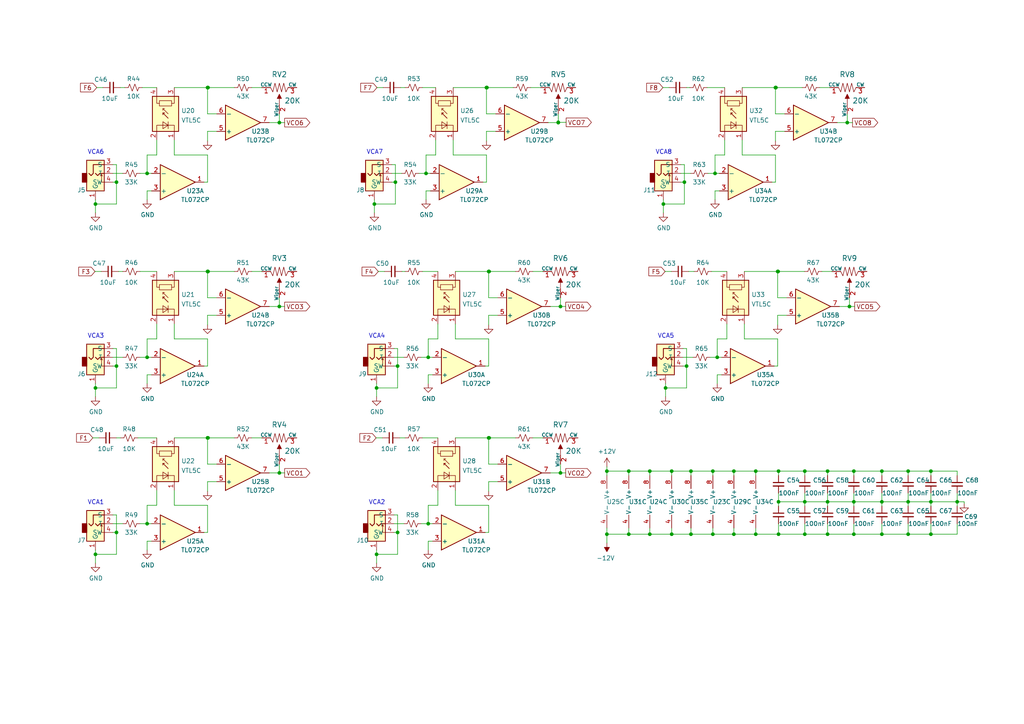
<source format=kicad_sch>
(kicad_sch (version 20211123) (generator eeschema)
  (paper "A4")
  (junction (at 247.65 145.542))
  (junction (at 33.782 52.832))
  (junction (at 115.316 154.432))
  (junction (at 81.026 137.16))
  (junction (at 263.398 136.652))
  (junction (at 225.552 78.74))
  (junction (at 225.806 145.542))
  (junction (at 162.56 137.16))
  (junction (at 33.782 154.432))
  (junction (at 141.859 127))
  (junction (at 81.026 88.9))
  (junction (at 176.022 136.652))
  (junction (at 161.925 35.4881))
  (junction (at 206.756 154.94))
  (junction (at 240.03 145.542))
  (junction (at 270.002 145.542))
  (junction (at 247.65 136.652))
  (junction (at 60.325 25.4))
  (junction (at 141.732 78.74))
  (junction (at 162.56 88.9))
  (junction (at 161.925 35.56))
  (junction (at 27.686 112.522))
  (junction (at 60.198 127))
  (junction (at 124.206 151.892))
  (junction (at 27.686 160.782))
  (junction (at 193.04 112.522))
  (junction (at 141.732 127))
  (junction (at 270.002 154.94))
  (junction (at 192.405 59.182))
  (junction (at 246.38 88.9))
  (junction (at 141.859 78.74))
  (junction (at 33.782 106.172))
  (junction (at 124.206 103.632))
  (junction (at 263.398 145.542))
  (junction (at 60.325 78.74))
  (junction (at 81.026 35.56))
  (junction (at 240.03 136.652))
  (junction (at 245.745 35.56))
  (junction (at 42.672 103.632))
  (junction (at 115.316 106.172))
  (junction (at 200.406 136.652))
  (junction (at 109.22 112.522))
  (junction (at 141.224 25.4))
  (junction (at 60.325 127))
  (junction (at 194.818 154.94))
  (junction (at 207.391 50.292))
  (junction (at 199.136 106.172))
  (junction (at 277.622 145.542))
  (junction (at 42.672 50.292))
  (junction (at 188.468 154.94))
  (junction (at 198.501 52.832))
  (junction (at 270.002 136.652))
  (junction (at 233.426 136.652))
  (junction (at 206.756 136.652))
  (junction (at 225.806 136.652))
  (junction (at 188.468 136.652))
  (junction (at 114.681 52.832))
  (junction (at 255.778 154.94))
  (junction (at 176.022 154.94))
  (junction (at 255.778 145.542))
  (junction (at 27.686 59.182))
  (junction (at 60.198 78.74))
  (junction (at 208.026 103.632))
  (junction (at 219.202 154.94))
  (junction (at 233.426 154.94))
  (junction (at 194.818 136.652))
  (junction (at 233.426 145.542))
  (junction (at 224.917 25.4))
  (junction (at 109.22 160.782))
  (junction (at 225.679 78.74))
  (junction (at 247.65 154.94))
  (junction (at 225.044 25.4))
  (junction (at 182.372 136.652))
  (junction (at 108.585 59.182))
  (junction (at 123.571 50.292))
  (junction (at 263.398 154.94))
  (junction (at 182.372 154.94))
  (junction (at 200.406 154.94))
  (junction (at 219.202 136.652))
  (junction (at 240.03 154.94))
  (junction (at 42.672 151.892))
  (junction (at 212.852 154.94))
  (junction (at 225.806 154.94))
  (junction (at 141.097 25.4))
  (junction (at 212.852 136.652))
  (junction (at 60.198 25.4))
  (junction (at 255.778 136.652))
  (wire (pts (xy 212.852 137.922) (xy 212.852 136.652)))
  (wire (pts (xy 225.552 86.36) (xy 228.219 86.36)))
  (wire (pts (xy 159.004 35.56) (xy 161.925 35.56)))
  (wire (pts (xy 114.3 101.092) (xy 115.316 101.092)))
  (wire (pts (xy 32.766 47.752) (xy 33.782 47.752)))
  (wire (pts (xy 182.372 136.652) (xy 188.468 136.652)))
  (wire (pts (xy 60.198 38.1) (xy 62.865 38.1)))
  (wire (pts (xy 240.03 136.652) (xy 247.65 136.652)))
  (wire (pts (xy 247.65 136.652) (xy 247.65 137.922)))
  (wire (pts (xy 270.002 145.542) (xy 270.002 146.812)))
  (wire (pts (xy 270.002 137.922) (xy 270.002 136.652)))
  (wire (pts (xy 32.766 154.432) (xy 33.782 154.432)))
  (wire (pts (xy 140.716 106.172) (xy 141.732 106.172)))
  (wire (pts (xy 263.398 143.002) (xy 263.398 145.542)))
  (wire (pts (xy 225.552 98.298) (xy 225.552 106.172)))
  (wire (pts (xy 131.445 40.64) (xy 131.445 44.958)))
  (wire (pts (xy 122.555 127) (xy 127 127)))
  (wire (pts (xy 33.782 101.092) (xy 33.782 106.172)))
  (wire (pts (xy 27.686 159.512) (xy 27.686 160.782)))
  (wire (pts (xy 42.672 146.558) (xy 42.672 151.892)))
  (wire (pts (xy 225.552 91.44) (xy 225.552 94.234)))
  (wire (pts (xy 206.756 153.162) (xy 206.756 154.94)))
  (wire (pts (xy 188.468 137.922) (xy 188.468 136.652)))
  (wire (pts (xy 223.901 52.832) (xy 224.917 52.832)))
  (wire (pts (xy 141.732 86.36) (xy 144.399 86.36)))
  (wire (pts (xy 247.65 136.652) (xy 255.778 136.652)))
  (wire (pts (xy 73.025 127) (xy 75.946 127)))
  (wire (pts (xy 114.3 154.432) (xy 115.316 154.432)))
  (wire (pts (xy 27.559 78.74) (xy 29.337 78.74)))
  (wire (pts (xy 124.206 159.512) (xy 124.206 156.972)))
  (wire (pts (xy 192.278 25.4) (xy 194.056 25.4)))
  (wire (pts (xy 141.097 38.1) (xy 143.764 38.1)))
  (wire (pts (xy 40.64 50.292) (xy 42.672 50.292)))
  (wire (pts (xy 50.546 146.558) (xy 60.198 146.558)))
  (wire (pts (xy 33.782 160.782) (xy 27.686 160.782)))
  (wire (pts (xy 225.552 78.74) (xy 225.679 78.74)))
  (wire (pts (xy 219.202 137.922) (xy 219.202 136.652)))
  (wire (pts (xy 246.38 88.9) (xy 246.38 86.36)))
  (wire (pts (xy 255.778 154.94) (xy 263.398 154.94)))
  (wire (pts (xy 208.026 111.252) (xy 208.026 108.712)))
  (wire (pts (xy 45.466 93.98) (xy 45.466 98.298)))
  (wire (pts (xy 42.672 57.912) (xy 42.672 55.372)))
  (wire (pts (xy 126.365 44.958) (xy 123.571 44.958)))
  (wire (pts (xy 154.559 127) (xy 157.48 127)))
  (wire (pts (xy 197.485 47.752) (xy 198.501 47.752)))
  (wire (pts (xy 215.265 40.64) (xy 215.265 44.958)))
  (wire (pts (xy 206.756 137.922) (xy 206.756 136.652)))
  (wire (pts (xy 127 142.24) (xy 127 146.558)))
  (wire (pts (xy 208.026 98.298) (xy 208.026 103.632)))
  (wire (pts (xy 115.316 160.782) (xy 109.22 160.782)))
  (wire (pts (xy 27.686 57.912) (xy 27.686 59.182)))
  (wire (pts (xy 210.82 98.298) (xy 208.026 98.298)))
  (wire (pts (xy 33.782 149.352) (xy 33.782 154.432)))
  (wire (pts (xy 81.026 88.9) (xy 81.026 86.36)))
  (wire (pts (xy 233.426 145.542) (xy 233.426 146.812)))
  (wire (pts (xy 141.097 33.02) (xy 143.764 33.02)))
  (wire (pts (xy 279.654 146.05) (xy 279.654 145.542)))
  (wire (pts (xy 277.622 145.542) (xy 279.654 145.542)))
  (wire (pts (xy 141.732 127) (xy 141.732 134.62)))
  (wire (pts (xy 194.818 137.922) (xy 194.818 136.652)))
  (wire (pts (xy 198.12 101.092) (xy 199.136 101.092)))
  (wire (pts (xy 124.206 111.252) (xy 124.206 108.712)))
  (wire (pts (xy 122.555 78.74) (xy 127 78.74)))
  (wire (pts (xy 225.806 137.922) (xy 225.806 136.652)))
  (wire (pts (xy 113.665 47.752) (xy 114.681 47.752)))
  (wire (pts (xy 115.951 127) (xy 117.475 127)))
  (wire (pts (xy 215.9 78.74) (xy 225.552 78.74)))
  (wire (pts (xy 255.778 143.002) (xy 255.778 145.542)))
  (wire (pts (xy 116.205 25.4) (xy 117.475 25.4)))
  (wire (pts (xy 255.778 151.892) (xy 255.778 154.94)))
  (wire (pts (xy 40.64 103.632) (xy 42.672 103.632)))
  (wire (pts (xy 67.945 78.74) (xy 60.325 78.74)))
  (wire (pts (xy 176.022 135.382) (xy 176.022 136.652)))
  (wire (pts (xy 114.681 47.752) (xy 114.681 52.832)))
  (wire (pts (xy 224.917 25.4) (xy 225.044 25.4)))
  (wire (pts (xy 215.9 98.298) (xy 225.552 98.298)))
  (wire (pts (xy 207.391 57.912) (xy 207.391 55.372)))
  (wire (pts (xy 263.398 151.892) (xy 263.398 154.94)))
  (wire (pts (xy 224.917 38.1) (xy 224.917 40.894)))
  (wire (pts (xy 81.026 35.56) (xy 82.55 35.56)))
  (wire (pts (xy 164.2012 35.4881) (xy 161.925 35.4881)))
  (wire (pts (xy 114.3 151.892) (xy 117.094 151.892)))
  (wire (pts (xy 127 146.558) (xy 124.206 146.558)))
  (wire (pts (xy 225.806 136.652) (xy 233.426 136.652)))
  (wire (pts (xy 245.745 35.56) (xy 247.269 35.56)))
  (wire (pts (xy 240.03 151.892) (xy 240.03 154.94)))
  (wire (pts (xy 232.664 25.4) (xy 225.044 25.4)))
  (wire (pts (xy 247.65 154.94) (xy 255.778 154.94)))
  (wire (pts (xy 60.198 127) (xy 60.325 127)))
  (wire (pts (xy 198.501 52.832) (xy 198.501 59.182)))
  (wire (pts (xy 141.732 139.7) (xy 141.732 142.494)))
  (wire (pts (xy 194.818 136.652) (xy 200.406 136.652)))
  (wire (pts (xy 205.994 103.632) (xy 208.026 103.632)))
  (wire (pts (xy 27.686 111.252) (xy 27.686 112.522)))
  (wire (pts (xy 73.025 25.4) (xy 75.946 25.4)))
  (wire (pts (xy 176.022 136.652) (xy 182.372 136.652)))
  (wire (pts (xy 212.852 154.94) (xy 219.202 154.94)))
  (wire (pts (xy 50.546 93.98) (xy 50.546 98.298)))
  (wire (pts (xy 277.622 136.652) (xy 277.622 137.922)))
  (wire (pts (xy 34.925 25.4) (xy 36.195 25.4)))
  (wire (pts (xy 123.571 44.958) (xy 123.571 50.292)))
  (wire (pts (xy 131.445 44.958) (xy 141.097 44.958)))
  (wire (pts (xy 40.64 151.892) (xy 42.672 151.892)))
  (wire (pts (xy 42.672 55.372) (xy 43.942 55.372)))
  (wire (pts (xy 277.622 145.542) (xy 277.622 146.812)))
  (wire (pts (xy 233.426 143.002) (xy 233.426 145.542)))
  (wire (pts (xy 78.105 137.16) (xy 81.026 137.16)))
  (wire (pts (xy 60.198 78.74) (xy 60.325 78.74)))
  (wire (pts (xy 122.555 25.4) (xy 126.365 25.4)))
  (wire (pts (xy 210.185 40.64) (xy 210.185 44.958)))
  (wire (pts (xy 50.546 44.958) (xy 60.198 44.958)))
  (wire (pts (xy 206.756 154.94) (xy 212.852 154.94)))
  (wire (pts (xy 124.206 108.712) (xy 125.476 108.712)))
  (wire (pts (xy 225.806 154.94) (xy 233.426 154.94)))
  (wire (pts (xy 81.026 137.16) (xy 81.026 134.62)))
  (wire (pts (xy 198.12 103.632) (xy 200.914 103.632)))
  (wire (pts (xy 50.546 78.74) (xy 60.198 78.74)))
  (wire (pts (xy 132.08 98.298) (xy 141.732 98.298)))
  (wire (pts (xy 240.03 143.002) (xy 240.03 145.542)))
  (wire (pts (xy 206.756 136.652) (xy 212.852 136.652)))
  (wire (pts (xy 233.299 78.74) (xy 225.679 78.74)))
  (wire (pts (xy 32.766 52.832) (xy 33.782 52.832)))
  (wire (pts (xy 60.198 25.4) (xy 60.325 25.4)))
  (wire (pts (xy 127 93.98) (xy 127 98.298)))
  (wire (pts (xy 212.852 153.162) (xy 212.852 154.94)))
  (wire (pts (xy 199.771 78.74) (xy 201.295 78.74)))
  (wire (pts (xy 50.546 40.64) (xy 50.546 44.958)))
  (wire (pts (xy 109.728 78.74) (xy 111.506 78.74)))
  (wire (pts (xy 32.766 106.172) (xy 33.782 106.172)))
  (wire (pts (xy 225.552 78.74) (xy 225.552 86.36)))
  (wire (pts (xy 225.806 145.542) (xy 225.806 146.812)))
  (wire (pts (xy 115.316 106.172) (xy 115.316 112.522)))
  (wire (pts (xy 109.22 111.252) (xy 109.22 112.522)))
  (wire (pts (xy 33.782 106.172) (xy 33.782 112.522)))
  (wire (pts (xy 224.917 25.4) (xy 224.917 33.02)))
  (wire (pts (xy 33.782 154.432) (xy 33.782 160.782)))
  (wire (pts (xy 109.22 112.522) (xy 109.22 115.062)))
  (wire (pts (xy 198.501 47.752) (xy 198.501 52.832)))
  (wire (pts (xy 60.198 91.44) (xy 62.865 91.44)))
  (wire (pts (xy 50.546 25.4) (xy 60.198 25.4)))
  (wire (pts (xy 59.182 52.832) (xy 60.198 52.832)))
  (wire (pts (xy 124.206 151.892) (xy 125.476 151.892)))
  (wire (pts (xy 27.686 112.522) (xy 27.686 115.062)))
  (wire (pts (xy 215.265 25.4) (xy 224.917 25.4)))
  (wire (pts (xy 162.56 88.9) (xy 164.084 88.9)))
  (wire (pts (xy 192.913 78.74) (xy 194.691 78.74)))
  (wire (pts (xy 60.198 98.298) (xy 60.198 106.172)))
  (wire (pts (xy 45.466 98.298) (xy 42.672 98.298)))
  (wire (pts (xy 109.22 160.782) (xy 109.22 163.322)))
  (wire (pts (xy 40.64 78.74) (xy 45.466 78.74)))
  (wire (pts (xy 141.097 38.1) (xy 141.097 40.894)))
  (wire (pts (xy 243.459 88.9) (xy 246.38 88.9)))
  (wire (pts (xy 199.136 101.092) (xy 199.136 106.172)))
  (wire (pts (xy 215.9 93.98) (xy 215.9 98.298)))
  (wire (pts (xy 233.426 145.542) (xy 240.03 145.542)))
  (wire (pts (xy 28.067 25.4) (xy 29.845 25.4)))
  (wire (pts (xy 224.917 44.958) (xy 224.917 52.832)))
  (wire (pts (xy 219.202 153.162) (xy 219.202 154.94)))
  (wire (pts (xy 240.03 154.94) (xy 247.65 154.94)))
  (wire (pts (xy 277.622 143.002) (xy 277.622 145.542)))
  (wire (pts (xy 132.08 93.98) (xy 132.08 98.298)))
  (wire (pts (xy 208.026 108.712) (xy 209.296 108.712)))
  (wire (pts (xy 212.852 136.652) (xy 219.202 136.652)))
  (wire (pts (xy 200.406 154.94) (xy 206.756 154.94)))
  (wire (pts (xy 109.22 159.512) (xy 109.22 160.782)))
  (wire (pts (xy 109.347 25.4) (xy 111.125 25.4)))
  (wire (pts (xy 123.571 50.292) (xy 124.841 50.292)))
  (wire (pts (xy 33.782 127) (xy 34.925 127)))
  (wire (pts (xy 162.56 137.16) (xy 162.56 134.62)))
  (wire (pts (xy 60.198 38.1) (xy 60.198 40.894)))
  (wire (pts (xy 210.82 93.98) (xy 210.82 98.298)))
  (wire (pts (xy 114.3 149.352) (xy 115.316 149.352)))
  (wire (pts (xy 132.08 127) (xy 141.732 127)))
  (wire (pts (xy 240.03 145.542) (xy 240.03 146.812)))
  (wire (pts (xy 193.04 112.522) (xy 193.04 115.062)))
  (wire (pts (xy 32.766 103.632) (xy 35.56 103.632)))
  (wire (pts (xy 182.372 137.922) (xy 182.372 136.652)))
  (wire (pts (xy 32.766 101.092) (xy 33.782 101.092)))
  (wire (pts (xy 60.198 91.44) (xy 60.198 94.234)))
  (wire (pts (xy 42.672 50.292) (xy 43.942 50.292)))
  (wire (pts (xy 141.097 25.4) (xy 141.097 33.02)))
  (wire (pts (xy 176.022 137.922) (xy 176.022 136.652)))
  (wire (pts (xy 263.398 145.542) (xy 263.398 146.812)))
  (wire (pts (xy 115.316 154.432) (xy 115.316 160.782)))
  (wire (pts (xy 114.3 106.172) (xy 115.316 106.172)))
  (wire (pts (xy 115.316 112.522) (xy 109.22 112.522)))
  (wire (pts (xy 176.022 153.162) (xy 176.022 154.94)))
  (wire (pts (xy 224.917 38.1) (xy 227.584 38.1)))
  (wire (pts (xy 42.672 108.712) (xy 43.942 108.712)))
  (wire (pts (xy 123.571 57.912) (xy 123.571 55.372)))
  (wire (pts (xy 188.468 136.652) (xy 194.818 136.652)))
  (wire (pts (xy 108.585 59.182) (xy 108.585 61.722)))
  (wire (pts (xy 141.732 91.44) (xy 144.399 91.44)))
  (wire (pts (xy 26.924 127) (xy 28.702 127)))
  (wire (pts (xy 127 98.298) (xy 124.206 98.298)))
  (wire (pts (xy 219.202 154.94) (xy 225.806 154.94)))
  (wire (pts (xy 176.022 154.94) (xy 176.022 157.48)))
  (wire (pts (xy 45.466 146.558) (xy 42.672 146.558)))
  (wire (pts (xy 126.365 40.64) (xy 126.365 44.958)))
  (wire (pts (xy 32.766 151.892) (xy 35.56 151.892)))
  (wire (pts (xy 255.778 145.542) (xy 255.778 146.812)))
  (wire (pts (xy 27.686 160.782) (xy 27.686 163.322)))
  (wire (pts (xy 32.766 50.292) (xy 35.56 50.292)))
  (wire (pts (xy 141.097 25.4) (xy 141.224 25.4)))
  (wire (pts (xy 42.672 111.252) (xy 42.672 108.712)))
  (wire (pts (xy 114.681 59.182) (xy 108.585 59.182)))
  (wire (pts (xy 78.105 88.9) (xy 81.026 88.9)))
  (wire (pts (xy 45.466 142.24) (xy 45.466 146.558)))
  (wire (pts (xy 42.672 98.298) (xy 42.672 103.632)))
  (wire (pts (xy 60.198 139.7) (xy 60.198 142.494)))
  (wire (pts (xy 60.198 139.7) (xy 62.865 139.7)))
  (wire (pts (xy 237.744 25.4) (xy 240.665 25.4)))
  (wire (pts (xy 50.546 127) (xy 60.198 127)))
  (wire (pts (xy 233.426 136.652) (xy 240.03 136.652)))
  (wire (pts (xy 200.406 137.922) (xy 200.406 136.652)))
  (wire (pts (xy 73.025 78.74) (xy 75.946 78.74)))
  (wire (pts (xy 60.198 78.74) (xy 60.198 86.36)))
  (wire (pts (xy 205.105 25.4) (xy 210.185 25.4)))
  (wire (pts (xy 42.672 151.892) (xy 43.942 151.892)))
  (wire (pts (xy 277.622 145.542) (xy 270.002 145.542)))
  (wire (pts (xy 148.844 25.4) (xy 141.224 25.4)))
  (wire (pts (xy 124.206 103.632) (xy 125.476 103.632)))
  (wire (pts (xy 233.426 145.542) (xy 225.806 145.542)))
  (wire (pts (xy 192.405 57.912) (xy 192.405 59.182)))
  (wire (pts (xy 109.093 127) (xy 110.871 127)))
  (wire (pts (xy 188.468 154.94) (xy 194.818 154.94)))
  (wire (pts (xy 255.778 136.652) (xy 263.398 136.652)))
  (wire (pts (xy 141.732 139.7) (xy 144.399 139.7)))
  (wire (pts (xy 263.398 136.652) (xy 270.002 136.652)))
  (wire (pts (xy 197.485 50.292) (xy 200.279 50.292)))
  (wire (pts (xy 247.65 143.002) (xy 247.65 145.542)))
  (wire (pts (xy 141.097 44.958) (xy 141.097 52.832)))
  (wire (pts (xy 198.501 59.182) (xy 192.405 59.182)))
  (wire (pts (xy 207.391 44.958) (xy 207.391 50.292)))
  (wire (pts (xy 194.818 153.162) (xy 194.818 154.94)))
  (wire (pts (xy 162.56 88.9) (xy 162.56 86.36)))
  (wire (pts (xy 131.445 25.4) (xy 141.097 25.4)))
  (wire (pts (xy 141.732 146.558) (xy 141.732 154.432)))
  (wire (pts (xy 122.174 103.632) (xy 124.206 103.632)))
  (wire (pts (xy 159.639 137.16) (xy 162.56 137.16)))
  (wire (pts (xy 200.406 153.162) (xy 200.406 154.94)))
  (wire (pts (xy 247.65 145.542) (xy 255.778 145.542)))
  (wire (pts (xy 42.672 44.958) (xy 42.672 50.292)))
  (wire (pts (xy 60.198 146.558) (xy 60.198 154.432)))
  (wire (pts (xy 199.136 25.4) (xy 200.025 25.4)))
  (wire (pts (xy 154.559 78.74) (xy 157.48 78.74)))
  (wire (pts (xy 50.546 142.24) (xy 50.546 146.558)))
  (wire (pts (xy 270.002 143.002) (xy 270.002 145.542)))
  (wire (pts (xy 215.265 44.958) (xy 224.917 44.958)))
  (wire (pts (xy 45.466 44.958) (xy 42.672 44.958)))
  (wire (pts (xy 33.782 52.832) (xy 33.782 59.182)))
  (wire (pts (xy 113.665 50.292) (xy 116.459 50.292)))
  (wire (pts (xy 115.316 149.352) (xy 115.316 154.432)))
  (wire (pts (xy 159.639 88.9) (xy 162.56 88.9)))
  (wire (pts (xy 224.536 106.172) (xy 225.552 106.172)))
  (wire (pts (xy 247.65 151.892) (xy 247.65 154.94)))
  (wire (pts (xy 33.782 59.182) (xy 27.686 59.182)))
  (wire (pts (xy 115.316 101.092) (xy 115.316 106.172)))
  (wire (pts (xy 42.672 103.632) (xy 43.942 103.632)))
  (wire (pts (xy 182.372 154.94) (xy 188.468 154.94)))
  (wire (pts (xy 116.586 78.74) (xy 117.475 78.74)))
  (wire (pts (xy 141.732 78.74) (xy 141.859 78.74)))
  (wire (pts (xy 263.398 145.542) (xy 255.778 145.542)))
  (wire (pts (xy 81.026 35.56) (xy 81.026 33.02)))
  (wire (pts (xy 60.198 25.4) (xy 60.198 33.02)))
  (wire (pts (xy 161.925 35.4881) (xy 161.925 35.56)))
  (wire (pts (xy 78.105 35.56) (xy 81.026 35.56)))
  (wire (pts (xy 246.38 88.9) (xy 247.904 88.9)))
  (wire (pts (xy 132.08 78.74) (xy 141.732 78.74)))
  (wire (pts (xy 188.468 153.162) (xy 188.468 154.94)))
  (wire (pts (xy 59.182 154.432) (xy 60.198 154.432)))
  (wire (pts (xy 207.391 55.372) (xy 208.661 55.372)))
  (wire (pts (xy 277.622 151.892) (xy 277.622 154.94)))
  (wire (pts (xy 194.818 154.94) (xy 200.406 154.94)))
  (wire (pts (xy 60.198 127) (xy 60.198 134.62)))
  (wire (pts (xy 208.026 103.632) (xy 209.296 103.632)))
  (wire (pts (xy 270.002 151.892) (xy 270.002 154.94)))
  (wire (pts (xy 270.002 154.94) (xy 277.622 154.94)))
  (wire (pts (xy 224.917 33.02) (xy 227.584 33.02)))
  (wire (pts (xy 200.406 136.652) (xy 206.756 136.652)))
  (wire (pts (xy 50.546 98.298) (xy 60.198 98.298)))
  (wire (pts (xy 233.426 136.652) (xy 233.426 137.922)))
  (wire (pts (xy 197.485 52.832) (xy 198.501 52.832)))
  (wire (pts (xy 255.778 137.922) (xy 255.778 136.652)))
  (wire (pts (xy 132.08 142.24) (xy 132.08 146.558)))
  (wire (pts (xy 149.479 127) (xy 141.859 127)))
  (wire (pts (xy 192.405 59.182) (xy 192.405 61.722)))
  (wire (pts (xy 245.745 35.56) (xy 245.745 33.02)))
  (wire (pts (xy 45.466 40.64) (xy 45.466 44.958)))
  (wire (pts (xy 199.136 112.522) (xy 193.04 112.522)))
  (wire (pts (xy 141.732 98.298) (xy 141.732 106.172)))
  (wire (pts (xy 60.198 44.958) (xy 60.198 52.832)))
  (wire (pts (xy 263.398 154.94) (xy 270.002 154.94)))
  (wire (pts (xy 270.002 136.652) (xy 277.622 136.652)))
  (wire (pts (xy 42.672 156.972) (xy 43.942 156.972)))
  (wire (pts (xy 233.426 154.94) (xy 240.03 154.94)))
  (wire (pts (xy 67.945 127) (xy 60.325 127)))
  (wire (pts (xy 67.945 25.4) (xy 60.325 25.4)))
  (wire (pts (xy 247.65 145.542) (xy 247.65 146.812)))
  (wire (pts (xy 199.136 106.172) (xy 199.136 112.522)))
  (wire (pts (xy 27.686 59.182) (xy 27.686 61.722)))
  (wire (pts (xy 123.571 55.372) (xy 124.841 55.372)))
  (wire (pts (xy 124.206 98.298) (xy 124.206 103.632)))
  (wire (pts (xy 161.925 33.02) (xy 161.925 35.4881)))
  (wire (pts (xy 263.398 145.542) (xy 270.002 145.542)))
  (wire (pts (xy 33.782 47.752) (xy 33.782 52.832)))
  (wire (pts (xy 176.022 154.94) (xy 182.372 154.94)))
  (wire (pts (xy 81.026 137.16) (xy 82.55 137.16)))
  (wire (pts (xy 141.732 134.62) (xy 144.399 134.62)))
  (wire (pts (xy 40.005 127) (xy 45.466 127)))
  (wire (pts (xy 193.04 111.252) (xy 193.04 112.522)))
  (wire (pts (xy 122.174 151.892) (xy 124.206 151.892)))
  (wire (pts (xy 198.12 106.172) (xy 199.136 106.172)))
  (wire (pts (xy 124.206 156.972) (xy 125.476 156.972)))
  (wire (pts (xy 233.426 151.892) (xy 233.426 154.94)))
  (wire (pts (xy 219.202 136.652) (xy 225.806 136.652)))
  (wire (pts (xy 238.379 78.74) (xy 241.3 78.74)))
  (wire (pts (xy 41.275 25.4) (xy 45.466 25.4)))
  (wire (pts (xy 225.806 143.002) (xy 225.806 145.542)))
  (wire (pts (xy 33.782 112.522) (xy 27.686 112.522)))
  (wire (pts (xy 242.824 35.56) (xy 245.745 35.56)))
  (wire (pts (xy 81.026 88.9) (xy 82.55 88.9)))
  (wire (pts (xy 60.198 86.36) (xy 62.865 86.36)))
  (wire (pts (xy 113.665 52.832) (xy 114.681 52.832)))
  (wire (pts (xy 225.552 91.44) (xy 228.219 91.44)))
  (wire (pts (xy 32.766 149.352) (xy 33.782 149.352)))
  (wire (pts (xy 141.732 127) (xy 141.859 127)))
  (wire (pts (xy 205.359 50.292) (xy 207.391 50.292)))
  (wire (pts (xy 162.56 137.16) (xy 164.084 137.16)))
  (wire (pts (xy 124.206 146.558) (xy 124.206 151.892)))
  (wire (pts (xy 114.681 52.832) (xy 114.681 59.182)))
  (wire (pts (xy 182.372 153.162) (xy 182.372 154.94)))
  (wire (pts (xy 141.732 91.44) (xy 141.732 94.234)))
  (wire (pts (xy 141.732 78.74) (xy 141.732 86.36)))
  (wire (pts (xy 121.539 50.292) (xy 123.571 50.292)))
  (wire (pts (xy 140.716 154.432) (xy 141.732 154.432)))
  (wire (pts (xy 60.198 134.62) (xy 62.865 134.62)))
  (wire (pts (xy 240.03 137.922) (xy 240.03 136.652)))
  (wire (pts (xy 59.182 106.172) (xy 60.198 106.172)))
  (wire (pts (xy 108.585 57.912) (xy 108.585 59.182)))
  (wire (pts (xy 42.672 159.512) (xy 42.672 156.972)))
  (wire (pts (xy 206.375 78.74) (xy 210.82 78.74)))
  (wire (pts (xy 114.3 103.632) (xy 117.094 103.632)))
  (wire (pts (xy 132.08 146.558) (xy 141.732 146.558)))
  (wire (pts (xy 60.198 33.02) (xy 62.865 33.02)))
  (wire (pts (xy 247.65 145.542) (xy 240.03 145.542)))
  (wire (pts (xy 263.398 136.652) (xy 263.398 137.922)))
  (wire (pts (xy 149.479 78.74) (xy 141.859 78.74)))
  (wire (pts (xy 210.185 44.958) (xy 207.391 44.958)))
  (wire (pts (xy 225.806 151.892) (xy 225.806 154.94)))
  (wire (pts (xy 140.081 52.832) (xy 141.097 52.832)))
  (wire (pts (xy 207.391 50.292) (xy 208.661 50.292)))
  (wire (pts (xy 34.417 78.74) (xy 35.56 78.74)))
  (wire (pts (xy 153.924 25.4) (xy 156.845 25.4)))
  (text "VCA5" (at 195.58 98.298 180) (effects (font (size 1.27 1.27)) (justify right bottom)))
  (text "VCA1" (at 30.226 146.558 180) (effects (font (size 1.27 1.27)) (justify right bottom)))
  (text "VCA8" (at 194.945 44.958 180) (effects (font (size 1.27 1.27)) (justify right bottom)))
  (text "VCA2" (at 111.76 146.558 180) (effects (font (size 1.27 1.27)) (justify right bottom)))
  (text "VCA7" (at 111.125 44.958 180) (effects (font (size 1.27 1.27)) (justify right bottom)))
  (text "VCA3" (at 30.226 98.298 180) (effects (font (size 1.27 1.27)) (justify right bottom)))
  (text "VCA4" (at 111.76 98.298 180) (effects (font (size 1.27 1.27)) (justify right bottom)))
  (text "VCA6" (at 30.226 44.958 180) (effects (font (size 1.27 1.27)) (justify right bottom)))
  (global_label "VCO2" (shape output) (at 164.084 137.16 0) (property "Intersheet References" "${INTERSHEET_REFS}" (effects hide)))
  (global_label "F6" (shape input) (at 28.067 25.4 180) (property "Intersheet References" "${INTERSHEET_REFS}" (effects hide)))
  (global_label "F4" (shape input) (at 109.728 78.74 180) (property "Intersheet References" "${INTERSHEET_REFS}" (effects hide)))
  (global_label "VCO7" (shape output) (at 164.2012 35.4881 0) (property "Intersheet References" "${INTERSHEET_REFS}" (effects hide)))
  (global_label "VCO8" (shape output) (at 247.269 35.56 0) (property "Intersheet References" "${INTERSHEET_REFS}" (effects hide)))
  (global_label "F2" (shape input) (at 109.093 127 180) (property "Intersheet References" "${INTERSHEET_REFS}" (effects hide)))
  (global_label "F8" (shape input) (at 192.278 25.4 180) (property "Intersheet References" "${INTERSHEET_REFS}" (effects hide)))
  (global_label "VCO3" (shape output) (at 82.55 88.9 0) (property "Intersheet References" "${INTERSHEET_REFS}" (effects hide)))
  (global_label "F1" (shape input) (at 26.924 127 180) (property "Intersheet References" "${INTERSHEET_REFS}" (effects hide)))
  (global_label "VCO6" (shape output) (at 82.55 35.56 0) (property "Intersheet References" "${INTERSHEET_REFS}" (effects hide)))
  (global_label "F5" (shape input) (at 192.913 78.74 180) (property "Intersheet References" "${INTERSHEET_REFS}" (effects hide)))
  (global_label "VCO1" (shape output) (at 82.55 137.16 0) (property "Intersheet References" "${INTERSHEET_REFS}" (effects hide)))
  (global_label "VCO5" (shape output) (at 247.904 88.9 0) (property "Intersheet References" "${INTERSHEET_REFS}" (effects hide)))
  (global_label "F7" (shape input) (at 109.347 25.4 180) (property "Intersheet References" "${INTERSHEET_REFS}" (effects hide)))
  (global_label "F3" (shape input) (at 27.559 78.74 180) (property "Intersheet References" "${INTERSHEET_REFS}" (effects hide)))
  (global_label "VCO4" (shape output) (at 164.084 88.9 0) (property "Intersheet References" "${INTERSHEET_REFS}" (effects hide)))
  (symbol (lib_id "Device:C_Small") (at 113.411 127 90) (unit 1)
    (property "Reference" "C51" (at 112.2426 124.6632 90) (effects (justify left)))
    (property "Value" "10uF" (at 115.316 130.175 90) (effects (justify left)))
    (property "Footprint" "Capacitor_SMD:C_0805_2012Metric_Pad1.18x1.45mm_HandSolder" (effects hide))
    (property "Datasheet" "http://datasheets.avx.com/SR-Series.pdf" (effects hide))
    (property "Digi-Key Part" "478-10836-1-ND" (effects hide))
    (property "LCSC Part #" "C117956" (effects hide))
  )
  (symbol (lib_id "Device:C_Small") (at 197.231 78.74 90) (unit 1)
    (property "Reference" "C53" (at 196.0626 76.4032 90) (effects (justify left)))
    (property "Value" "10uF" (at 199.136 81.915 90) (effects (justify left)))
    (property "Footprint" "Capacitor_SMD:C_0805_2012Metric_Pad1.18x1.45mm_HandSolder" (effects hide))
    (property "Datasheet" "http://datasheets.avx.com/SR-Series.pdf" (effects hide))
    (property "Digi-Key Part" "478-10836-1-ND" (effects hide))
    (property "LCSC Part #" "C117956" (effects hide))
  )
  (symbol (lib_id "Device:R_Small_US") (at 37.465 127 90) (unit 1)
    (property "Reference" "R48" (at 37.465 124.46 90))
    (property "Value" "10K" (at 37.465 130.175 90))
    (property "Footprint" "Resistor_SMD:R_0603_1608Metric" (effects hide))
    (property "Digi-Key Part" "CRT0805-FZ-1002ELFCT-ND" (effects hide))
    (property "LCSC Part #" "C98220" (effects hide))
  )
  (symbol (lib_id "Amplifier_Operational:TL072") (at 133.096 106.172 0) (mirror x) (unit 1)
    (property "Reference" "U30" (at 138.176 108.712 0))
    (property "Value" "TL072CP" (at 138.176 111.252 0))
    (property "Footprint" "Package_SO:SOIC-8_3.9x4.9mm_P1.27mm" (effects hide))
    (property "Digi-Key Part" "296-1775-5-ND" (effects hide))
    (property "LCSC Part #" "C67473" (effects hide))
  )
  (symbol (lib_id "Device:C_Small") (at 270.002 149.352 0) (unit 1)
    (property "Reference" "C67" (at 272.3388 148.1836 0) (effects (justify left)))
    (property "Value" "100nF" (at 270.002 151.892 0) (effects (justify left)))
    (property "Footprint" "Capacitor_SMD:C_0805_2012Metric_Pad1.18x1.45mm_HandSolder" (effects hide))
    (property "Datasheet" "http://datasheets.avx.com/SR-Series.pdf" (effects hide))
    (property "Digi-Key Part" "478-10836-1-ND" (effects hide))
    (property "LCSC Part #" "C49678" (effects hide))
  )
  (symbol (lib_id "power:GND") (at 27.686 61.722 0) (unit 1)
    (property "Reference" "#PWR073" (effects hide))
    (property "Value" "GND" (at 27.813 66.1162 0))
  )
  (symbol (lib_id "Isolator:VTL5C") (at 129.54 86.36 270) (mirror x) (unit 1)
    (property "Reference" "U27" (at 134.112 85.4515 90) (effects (justify left)))
    (property "Value" "VTL5C" (at 134.112 88.2266 90) (effects (justify left)))
    (property "Footprint" "OptoDevice:PerkinElmer_VTL5C" (effects hide))
    (property "Datasheet" "http://www.qsl.net/wa1ion/vactrol/vactrol.pdf" (effects hide))
    (property "Digi-Key Part" "NSL-32SR3-ND" (effects hide))
  )
  (symbol (lib_id "power:GND") (at 109.22 163.322 0) (unit 1)
    (property "Reference" "#PWR087" (effects hide))
    (property "Value" "GND" (at 109.347 167.7162 0))
  )
  (symbol (lib_id "Device:R_Small_US") (at 202.565 25.4 90) (unit 1)
    (property "Reference" "R62" (at 202.565 22.86 90))
    (property "Value" "10K" (at 202.565 28.575 90))
    (property "Footprint" "Resistor_SMD:R_0603_1608Metric" (effects hide))
    (property "Digi-Key Part" "CRT0805-FZ-1002ELFCT-ND" (effects hide))
    (property "LCSC Part #" "C98220" (effects hide))
  )
  (symbol (lib_id "Device:R_Small_US") (at 120.015 127 90) (unit 1)
    (property "Reference" "R57" (at 120.015 124.46 90))
    (property "Value" "10K" (at 120.015 130.175 90))
    (property "Footprint" "Resistor_SMD:R_0603_1608Metric" (effects hide))
    (property "Digi-Key Part" "CRT0805-FZ-1002ELFCT-ND" (effects hide))
    (property "LCSC Part #" "C98220" (effects hide))
  )
  (symbol (lib_id "greenface-symbols:Molex_47257") (at 27.686 151.892 0) (unit 1)
    (property "Reference" "J7" (at 23.622 156.718 0))
    (property "Value" "3.5mm Jack" (effects hide))
    (property "Footprint" "sputterizer:Molex-0472570001" (effects hide))
    (property "Digi-Key Part" "WM17366-ND" (effects hide))
  )
  (symbol (lib_id "Amplifier_Operational:TL072") (at 235.204 35.56 0) (mirror x) (unit 2)
    (property "Reference" "U34" (at 240.284 38.1 0))
    (property "Value" "TL072CP" (at 240.284 40.64 0))
    (property "Footprint" "Package_SO:SOIC-8_3.9x4.9mm_P1.27mm" (effects hide))
    (property "Digi-Key Part" "296-1775-5-ND" (effects hide))
    (property "LCSC Part #" "C67473" (effects hide))
  )
  (symbol (lib_id "Device:C_Small") (at 255.778 140.462 0) (unit 1)
    (property "Reference" "C62" (at 258.1148 139.2936 0) (effects (justify left)))
    (property "Value" "100nF" (at 255.778 143.002 0) (effects (justify left)))
    (property "Footprint" "Capacitor_SMD:C_0805_2012Metric_Pad1.18x1.45mm_HandSolder" (effects hide))
    (property "Datasheet" "http://datasheets.avx.com/SR-Series.pdf" (effects hide))
    (property "Digi-Key Part" "478-10836-1-ND" (effects hide))
    (property "LCSC Part #" "C49678" (effects hide))
  )
  (symbol (lib_id "Device:C_Small") (at 114.046 78.74 90) (unit 1)
    (property "Reference" "C50" (at 112.8776 76.4032 90) (effects (justify left)))
    (property "Value" "10uF" (at 115.951 81.915 90) (effects (justify left)))
    (property "Footprint" "Capacitor_SMD:C_0805_2012Metric_Pad1.18x1.45mm_HandSolder" (effects hide))
    (property "Datasheet" "http://datasheets.avx.com/SR-Series.pdf" (effects hide))
    (property "Digi-Key Part" "478-10836-1-ND" (effects hide))
    (property "LCSC Part #" "C117956" (effects hide))
  )
  (symbol (lib_id "Amplifier_Operational:TL072") (at 184.912 145.542 0) (unit 3)
    (property "Reference" "U31" (at 182.372 145.542 0) (effects (justify left)))
    (property "Value" "TL072CP" (effects hide))
    (property "Footprint" "Package_SO:SOIC-8_3.9x4.9mm_P1.27mm" (effects hide))
    (property "Digi-Key Part" "296-1775-5-ND" (effects hide))
    (property "LCSC Part #" "C67473" (effects hide))
  )
  (symbol (lib_id "Amplifier_Operational:TL072") (at 152.019 137.16 0) (mirror x) (unit 2)
    (property "Reference" "U31" (at 157.099 139.7 0))
    (property "Value" "TL072CP" (at 157.099 142.24 0))
    (property "Footprint" "Package_SO:SOIC-8_3.9x4.9mm_P1.27mm" (effects hide))
    (property "Digi-Key Part" "296-1775-5-ND" (effects hide))
    (property "LCSC Part #" "C67473" (effects hide))
  )
  (symbol (lib_id "Isolator:VTL5C") (at 212.725 33.02 270) (mirror x) (unit 1)
    (property "Reference" "U32" (at 217.297 32.1115 90) (effects (justify left)))
    (property "Value" "VTL5C" (at 217.297 34.8866 90) (effects (justify left)))
    (property "Footprint" "OptoDevice:PerkinElmer_VTL5C" (effects hide))
    (property "Datasheet" "http://www.qsl.net/wa1ion/vactrol/vactrol.pdf" (effects hide))
    (property "Digi-Key Part" "NSL-32SR3-ND" (effects hide))
  )
  (symbol (lib_id "Amplifier_Operational:TL072") (at 197.866 145.542 0) (mirror y) (unit 3)
    (property "Reference" "U35" (at 202.946 145.542 0))
    (property "Value" "TL072CP" (effects hide))
    (property "Footprint" "Package_SO:SOIC-8_3.9x4.9mm_P1.27mm" (effects hide))
    (property "Datasheet" "http://www.ti.com/lit/ds/symlink/tl071.pdf" (effects hide))
    (property "LCSC Part #" "C67473" (effects hide))
    (property "Digi-Key Part" "296-1775-5-ND" (effects hide))
  )
  (symbol (lib_id "Device:R_Small_US") (at 235.204 25.4 270) (unit 1)
    (property "Reference" "R66" (at 235.204 22.86 90))
    (property "Value" "43K" (at 235.204 27.94 90))
    (property "Footprint" "Resistor_SMD:R_0603_1608Metric" (effects hide))
    (property "Digi-Key Part" "CRT0805-FZ-1002ELFCT-ND" (effects hide))
    (property "LCSC Part #" "C17695" (effects hide))
  )
  (symbol (lib_id "power:GND") (at 207.391 57.912 0) (unit 1)
    (property "Reference" "#PWR0101" (effects hide))
    (property "Value" "GND" (at 207.518 62.3062 0))
  )
  (symbol (lib_id "Device:R_Small_US") (at 203.835 78.74 90) (unit 1)
    (property "Reference" "R64" (at 203.835 76.2 90))
    (property "Value" "10K" (at 203.835 81.915 90))
    (property "Footprint" "Resistor_SMD:R_0603_1608Metric" (effects hide))
    (property "Digi-Key Part" "CRT0805-FZ-1002ELFCT-ND" (effects hide))
    (property "LCSC Part #" "C98220" (effects hide))
  )
  (symbol (lib_id "Isolator:VTL5C") (at 48.006 134.62 270) (mirror x) (unit 1)
    (property "Reference" "U22" (at 52.578 133.7115 90) (effects (justify left)))
    (property "Value" "VTL5C" (at 52.578 136.4866 90) (effects (justify left)))
    (property "Footprint" "OptoDevice:PerkinElmer_VTL5C" (effects hide))
    (property "Datasheet" "http://www.qsl.net/wa1ion/vactrol/vactrol.pdf" (effects hide))
    (property "Digi-Key Part" "NSL-32SR3-ND" (effects hide))
  )
  (symbol (lib_id "Device:C_Small") (at 240.03 140.462 0) (unit 1)
    (property "Reference" "C58" (at 242.3668 139.2936 0) (effects (justify left)))
    (property "Value" "100nF" (at 240.03 143.002 0) (effects (justify left)))
    (property "Footprint" "Capacitor_SMD:C_0805_2012Metric_Pad1.18x1.45mm_HandSolder" (effects hide))
    (property "Datasheet" "http://datasheets.avx.com/SR-Series.pdf" (effects hide))
    (property "Digi-Key Part" "478-10836-1-ND" (effects hide))
    (property "LCSC Part #" "C49678" (effects hide))
  )
  (symbol (lib_id "Device:R_Small_US") (at 38.1 151.892 270) (unit 1)
    (property "Reference" "R49" (at 38.1 149.352 90))
    (property "Value" "33K" (at 38.1 154.432 90))
    (property "Footprint" "Resistor_SMD:R_0603_1608Metric" (effects hide))
    (property "Digi-Key Part" "CRT0805-FZ-1002ELFCT-ND" (effects hide))
    (property "LCSC Part #" "C118369" (effects hide))
  )
  (symbol (lib_id "Device:R_Small_US") (at 38.1 103.632 270) (unit 1)
    (property "Reference" "R47" (at 38.1 101.092 90))
    (property "Value" "33K" (at 38.1 106.172 90))
    (property "Footprint" "Resistor_SMD:R_0603_1608Metric" (effects hide))
    (property "Digi-Key Part" "CRT0805-FZ-1002ELFCT-ND" (effects hide))
    (property "LCSC Part #" "C118369" (effects hide))
  )
  (symbol (lib_id "Isolator:VTL5C") (at 213.36 86.36 270) (mirror x) (unit 1)
    (property "Reference" "U33" (at 217.932 85.4515 90) (effects (justify left)))
    (property "Value" "VTL5C" (at 217.932 88.2266 90) (effects (justify left)))
    (property "Footprint" "OptoDevice:PerkinElmer_VTL5C" (effects hide))
    (property "Datasheet" "http://www.qsl.net/wa1ion/vactrol/vactrol.pdf" (effects hide))
    (property "Digi-Key Part" "NSL-32SR3-ND" (effects hide))
  )
  (symbol (lib_id "Device:C_Small") (at 240.03 149.352 0) (unit 1)
    (property "Reference" "C59" (at 242.3668 148.1836 0) (effects (justify left)))
    (property "Value" "100nF" (at 240.03 151.892 0) (effects (justify left)))
    (property "Footprint" "Capacitor_SMD:C_0805_2012Metric_Pad1.18x1.45mm_HandSolder" (effects hide))
    (property "Datasheet" "http://datasheets.avx.com/SR-Series.pdf" (effects hide))
    (property "Digi-Key Part" "478-10836-1-ND" (effects hide))
    (property "LCSC Part #" "C49678" (effects hide))
  )
  (symbol (lib_id "dk_Trimmer-Potentiometers:TC33X-2-103E") (at 245.745 25.4 0) (mirror x) (unit 1)
    (property "Reference" "RV8" (at 245.745 21.59 0) (effects (font (size 1.524 1.524))))
    (property "Value" "20K" (at 249.555 29.21 0) (effects (font (size 1.524 1.524))))
    (property "Footprint" "sputterizer:Potentiometer_Bourns_3224W_Vertical" (effects hide))
    (property "Datasheet" "https://www.bourns.com/docs/Product-Datasheets/TC33.pdf" (effects hide))
    (property "Digi-Key Part" "490-2881-ND" (effects hide))
    (property "LCSC Part #" "C55071" (effects hide))
  )
  (symbol (lib_id "Device:R_Small_US") (at 202.819 50.292 270) (unit 1)
    (property "Reference" "R63" (at 202.819 47.752 90))
    (property "Value" "33K" (at 202.819 52.832 90))
    (property "Footprint" "Resistor_SMD:R_0603_1608Metric" (effects hide))
    (property "Digi-Key Part" "CRT0805-FZ-1002ELFCT-ND" (effects hide))
    (property "LCSC Part #" "C118369" (effects hide))
  )
  (symbol (lib_id "power:GND") (at 27.686 115.062 0) (unit 1)
    (property "Reference" "#PWR074" (effects hide))
    (property "Value" "GND" (at 27.813 119.4562 0))
  )
  (symbol (lib_id "dk_Trimmer-Potentiometers:TC33X-2-103E") (at 81.026 25.4 0) (mirror x) (unit 1)
    (property "Reference" "RV2" (at 81.026 21.59 0) (effects (font (size 1.524 1.524))))
    (property "Value" "20K" (at 84.836 29.21 0) (effects (font (size 1.524 1.524))))
    (property "Footprint" "sputterizer:Potentiometer_Bourns_3224W_Vertical" (effects hide))
    (property "Datasheet" "https://www.bourns.com/docs/Product-Datasheets/TC33.pdf" (effects hide))
    (property "Digi-Key Part" "3224W-203ECT-ND" (effects hide))
    (property "LCSC Part #" "C55071" (effects hide))
  )
  (symbol (lib_id "Amplifier_Operational:TL072") (at 133.096 154.432 0) (mirror x) (unit 1)
    (property "Reference" "U31" (at 138.176 156.972 0))
    (property "Value" "TL072CP" (at 138.176 159.512 0))
    (property "Footprint" "Package_SO:SOIC-8_3.9x4.9mm_P1.27mm" (effects hide))
    (property "Digi-Key Part" "296-1775-5-ND" (effects hide))
    (property "LCSC Part #" "C67473" (effects hide))
  )
  (symbol (lib_id "Device:C_Small") (at 113.665 25.4 90) (unit 1)
    (property "Reference" "C49" (at 112.4966 23.0632 90) (effects (justify left)))
    (property "Value" "10uF" (at 115.57 28.575 90) (effects (justify left)))
    (property "Footprint" "Capacitor_SMD:C_0805_2012Metric_Pad1.18x1.45mm_HandSolder" (effects hide))
    (property "Datasheet" "http://datasheets.avx.com/SR-Series.pdf" (effects hide))
    (property "Digi-Key Part" "478-10836-1-ND" (effects hide))
    (property "LCSC Part #" "C117956" (effects hide))
  )
  (symbol (lib_id "Device:R_Small_US") (at 70.485 78.74 270) (unit 1)
    (property "Reference" "R51" (at 70.485 76.2 90))
    (property "Value" "43K" (at 70.485 81.28 90))
    (property "Footprint" "Resistor_SMD:R_0603_1608Metric" (effects hide))
    (property "Digi-Key Part" "CRT0805-FZ-1002ELFCT-ND" (effects hide))
    (property "LCSC Part #" "C17695" (effects hide))
  )
  (symbol (lib_id "Device:C_Small") (at 247.65 140.462 0) (unit 1)
    (property "Reference" "C60" (at 249.9868 139.2936 0) (effects (justify left)))
    (property "Value" "100nF" (at 247.65 143.002 0) (effects (justify left)))
    (property "Footprint" "Capacitor_SMD:C_0805_2012Metric_Pad1.18x1.45mm_HandSolder" (effects hide))
    (property "Datasheet" "http://datasheets.avx.com/SR-Series.pdf" (effects hide))
    (property "Digi-Key Part" "478-10836-1-ND" (effects hide))
    (property "LCSC Part #" "C49678" (effects hide))
  )
  (symbol (lib_id "Device:C_Small") (at 233.426 149.352 0) (unit 1)
    (property "Reference" "C57" (at 235.7628 148.1836 0) (effects (justify left)))
    (property "Value" "100nF" (at 233.426 151.892 0) (effects (justify left)))
    (property "Footprint" "Capacitor_SMD:C_0805_2012Metric_Pad1.18x1.45mm_HandSolder" (effects hide))
    (property "Datasheet" "http://datasheets.avx.com/SR-Series.pdf" (effects hide))
    (property "Digi-Key Part" "478-10836-1-ND" (effects hide))
    (property "LCSC Part #" "C49678" (effects hide))
  )
  (symbol (lib_id "dk_Trimmer-Potentiometers:TC33X-2-103E") (at 81.026 127 0) (mirror x) (unit 1)
    (property "Reference" "RV4" (at 81.026 123.19 0) (effects (font (size 1.524 1.524))))
    (property "Value" "20K" (at 84.836 130.81 0) (effects (font (size 1.524 1.524))))
    (property "Footprint" "sputterizer:Potentiometer_Bourns_3224W_Vertical" (effects hide))
    (property "Datasheet" "https://www.bourns.com/docs/Product-Datasheets/TC33.pdf" (effects hide))
    (property "Digi-Key Part" "490-2881-ND" (effects hide))
    (property "LCSC Part #" "C55071" (effects hide))
  )
  (symbol (lib_id "power:GND") (at 279.654 146.05 0) (unit 1)
    (property "Reference" "#PWR0107" (effects hide))
    (property "Value" "GND" (effects hide))
  )
  (symbol (lib_id "greenface-symbols:Molex_47257") (at 27.686 103.632 0) (unit 1)
    (property "Reference" "J6" (at 23.622 108.458 0))
    (property "Value" "3.5mm Jack" (effects hide))
    (property "Footprint" "sputterizer:Molex-0472570001" (effects hide))
    (property "Digi-Key Part" "WM17366-ND" (effects hide))
  )
  (symbol (lib_id "power:GND") (at 60.198 142.494 0) (unit 1)
    (property "Reference" "#PWR084" (effects hide))
    (property "Value" "GND" (effects hide))
  )
  (symbol (lib_id "Device:C_Small") (at 263.398 140.462 0) (unit 1)
    (property "Reference" "C64" (at 265.7348 139.2936 0) (effects (justify left)))
    (property "Value" "100nF" (at 263.398 143.002 0) (effects (justify left)))
    (property "Footprint" "Capacitor_SMD:C_0805_2012Metric_Pad1.18x1.45mm_HandSolder" (effects hide))
    (property "Datasheet" "http://datasheets.avx.com/SR-Series.pdf" (effects hide))
    (property "Digi-Key Part" "478-10836-1-ND" (effects hide))
    (property "LCSC Part #" "C49678" (effects hide))
  )
  (symbol (lib_id "greenface-symbols:Molex_47257") (at 109.22 151.892 0) (unit 1)
    (property "Reference" "J10" (at 105.156 156.718 0))
    (property "Value" "3.5mm Jack" (effects hide))
    (property "Footprint" "sputterizer:Molex-0472570001" (effects hide))
    (property "Digi-Key Part" "WM17366-ND" (effects hide))
  )
  (symbol (lib_id "greenface-symbols:Molex_47257") (at 109.22 103.632 0) (unit 1)
    (property "Reference" "J9" (at 105.156 108.458 0))
    (property "Value" "3.5mm Jack" (effects hide))
    (property "Footprint" "sputterizer:Molex-0472570001" (effects hide))
    (property "Digi-Key Part" "WM17366-ND" (effects hide))
  )
  (symbol (lib_id "Device:C_Small") (at 263.398 149.352 0) (unit 1)
    (property "Reference" "C65" (at 265.7348 148.1836 0) (effects (justify left)))
    (property "Value" "100nF" (at 263.398 151.892 0) (effects (justify left)))
    (property "Footprint" "Capacitor_SMD:C_0805_2012Metric_Pad1.18x1.45mm_HandSolder" (effects hide))
    (property "Datasheet" "http://datasheets.avx.com/SR-Series.pdf" (effects hide))
    (property "Digi-Key Part" "478-10836-1-ND" (effects hide))
    (property "LCSC Part #" "C49678" (effects hide))
  )
  (symbol (lib_id "Amplifier_Operational:TL072") (at 197.358 145.542 0) (unit 3)
    (property "Reference" "U30" (at 194.818 145.542 0) (effects (justify left)))
    (property "Value" "TL072CP" (effects hide))
    (property "Footprint" "Package_SO:SOIC-8_3.9x4.9mm_P1.27mm" (effects hide))
    (property "Digi-Key Part" "296-1775-5-ND" (effects hide))
    (property "LCSC Part #" "C67473" (effects hide))
  )
  (symbol (lib_id "power:GND") (at 141.732 94.234 0) (unit 1)
    (property "Reference" "#PWR095" (effects hide))
    (property "Value" "GND" (effects hide))
  )
  (symbol (lib_id "power:GND") (at 60.198 94.234 0) (unit 1)
    (property "Reference" "#PWR083" (effects hide))
    (property "Value" "GND" (effects hide))
  )
  (symbol (lib_id "dk_Trimmer-Potentiometers:TC33X-2-103E") (at 81.026 78.74 0) (mirror x) (unit 1)
    (property "Reference" "RV3" (at 81.026 74.93 0) (effects (font (size 1.524 1.524))))
    (property "Value" "20K" (at 84.836 82.55 0) (effects (font (size 1.524 1.524))))
    (property "Footprint" "sputterizer:Potentiometer_Bourns_3224W_Vertical" (effects hide))
    (property "Datasheet" "https://www.bourns.com/docs/Product-Datasheets/TC33.pdf" (effects hide))
    (property "Digi-Key Part" "490-2881-ND" (effects hide))
    (property "LCSC Part #" "C55071" (effects hide))
  )
  (symbol (lib_id "Device:R_Small_US") (at 120.015 25.4 90) (unit 1)
    (property "Reference" "R53" (at 120.015 22.86 90))
    (property "Value" "10K" (at 120.015 28.575 90))
    (property "Footprint" "Resistor_SMD:R_0603_1608Metric" (effects hide))
    (property "Digi-Key Part" "CRT0805-FZ-1002ELFCT-ND" (effects hide))
    (property "LCSC Part #" "C98220" (effects hide))
  )
  (symbol (lib_id "Device:R_Small_US") (at 38.735 25.4 90) (unit 1)
    (property "Reference" "R44" (at 38.735 22.86 90))
    (property "Value" "10K" (at 38.735 27.94 90))
    (property "Footprint" "Resistor_SMD:R_0603_1608Metric" (effects hide))
    (property "Digi-Key Part" "CRT0805-FZ-1002ELFCT-ND" (effects hide))
    (property "LCSC Part #" "C98220" (effects hide))
  )
  (symbol (lib_id "Amplifier_Operational:TL072") (at 235.839 88.9 0) (mirror x) (unit 2)
    (property "Reference" "U35" (at 240.919 91.44 0))
    (property "Value" "TL072CP" (at 240.919 93.98 0))
    (property "Footprint" "Package_SO:SOIC-8_3.9x4.9mm_P1.27mm" (effects hide))
    (property "Digi-Key Part" "296-1775-5-ND" (effects hide))
    (property "LCSC Part #" "C67473" (effects hide))
  )
  (symbol (lib_id "Amplifier_Operational:TL072") (at 221.742 145.542 0) (unit 3)
    (property "Reference" "U34" (at 219.202 145.542 0) (effects (justify left)))
    (property "Value" "TL072CP" (effects hide))
    (property "Footprint" "Package_SO:SOIC-8_3.9x4.9mm_P1.27mm" (effects hide))
    (property "Digi-Key Part" "296-1775-5-ND" (effects hide))
    (property "LCSC Part #" "C67473" (effects hide))
  )
  (symbol (lib_id "Device:C_Small") (at 255.778 149.352 0) (unit 1)
    (property "Reference" "C63" (at 258.1148 148.1836 0) (effects (justify left)))
    (property "Value" "100nF" (at 255.778 151.892 0) (effects (justify left)))
    (property "Footprint" "Capacitor_SMD:C_0805_2012Metric_Pad1.18x1.45mm_HandSolder" (effects hide))
    (property "Datasheet" "http://datasheets.avx.com/SR-Series.pdf" (effects hide))
    (property "Digi-Key Part" "478-10836-1-ND" (effects hide))
    (property "LCSC Part #" "C49678" (effects hide))
  )
  (symbol (lib_id "power:GND") (at 109.22 115.062 0) (unit 1)
    (property "Reference" "#PWR086" (effects hide))
    (property "Value" "GND" (at 109.347 119.4562 0))
  )
  (symbol (lib_id "greenface-symbols:Molex_47257") (at 193.04 103.632 0) (unit 1)
    (property "Reference" "J12" (at 188.976 108.458 0))
    (property "Value" "3.5mm Jack" (effects hide))
    (property "Footprint" "sputterizer:Molex-0472570001" (effects hide))
    (property "Digi-Key Part" "WM17366-ND" (effects hide))
  )
  (symbol (lib_id "Amplifier_Operational:TL072") (at 70.485 137.16 0) (mirror x) (unit 2)
    (property "Reference" "U25" (at 75.565 139.7 0))
    (property "Value" "TL072CP" (at 75.565 142.24 0))
    (property "Footprint" "Package_SO:SOIC-8_3.9x4.9mm_P1.27mm" (effects hide))
    (property "Digi-Key Part" "296-1775-5-ND" (effects hide))
    (property "LCSC Part #" "C67473" (effects hide))
  )
  (symbol (lib_id "Device:R_Small_US") (at 119.634 103.632 270) (unit 1)
    (property "Reference" "R56" (at 119.634 101.092 90))
    (property "Value" "33K" (at 119.634 106.172 90))
    (property "Footprint" "Resistor_SMD:R_0603_1608Metric" (effects hide))
    (property "Digi-Key Part" "CRT0805-FZ-1002ELFCT-ND" (effects hide))
    (property "LCSC Part #" "C118369" (effects hide))
  )
  (symbol (lib_id "Device:R_Small_US") (at 151.384 25.4 270) (unit 1)
    (property "Reference" "R59" (at 151.384 22.86 90))
    (property "Value" "43K" (at 151.384 27.94 90))
    (property "Footprint" "Resistor_SMD:R_0603_1608Metric" (effects hide))
    (property "Digi-Key Part" "CRT0805-FZ-1002ELFCT-ND" (effects hide))
    (property "LCSC Part #" "C17695" (effects hide))
  )
  (symbol (lib_id "power:GND") (at 141.097 40.894 0) (unit 1)
    (property "Reference" "#PWR094" (effects hide))
    (property "Value" "GND" (effects hide))
  )
  (symbol (lib_id "greenface-symbols:Molex_47257") (at 192.405 50.292 0) (unit 1)
    (property "Reference" "J11" (at 188.341 55.118 0))
    (property "Value" "3.5mm Jack" (effects hide))
    (property "Footprint" "sputterizer:Molex-0472570001" (effects hide))
    (property "Digi-Key Part" "WM17366-ND" (effects hide))
  )
  (symbol (lib_id "power:GND") (at 60.198 40.894 0) (unit 1)
    (property "Reference" "#PWR082" (effects hide))
    (property "Value" "GND" (effects hide))
  )
  (symbol (lib_id "Device:C_Small") (at 31.877 78.74 90) (unit 1)
    (property "Reference" "C47" (at 30.7086 76.4032 90) (effects (justify left)))
    (property "Value" "10uF" (at 33.782 81.915 90) (effects (justify left)))
    (property "Footprint" "Capacitor_SMD:C_0805_2012Metric_Pad1.18x1.45mm_HandSolder" (effects hide))
    (property "Datasheet" "http://datasheets.avx.com/SR-Series.pdf" (effects hide))
    (property "Digi-Key Part" "478-10836-1-ND" (effects hide))
    (property "LCSC Part #" "C117956" (effects hide))
  )
  (symbol (lib_id "dk_Trimmer-Potentiometers:TC33X-2-103E") (at 162.56 127 0) (mirror x) (unit 1)
    (property "Reference" "RV7" (at 162.56 123.19 0) (effects (font (size 1.524 1.524))))
    (property "Value" "20K" (at 166.37 130.81 0) (effects (font (size 1.524 1.524))))
    (property "Footprint" "sputterizer:Potentiometer_Bourns_3224W_Vertical" (effects hide))
    (property "Datasheet" "https://www.bourns.com/docs/Product-Datasheets/TC33.pdf" (effects hide))
    (property "Digi-Key Part" "490-2881-ND" (effects hide))
    (property "LCSC Part #" "C55071" (effects hide))
  )
  (symbol (lib_id "Device:R_Small_US") (at 152.019 127 270) (unit 1)
    (property "Reference" "R61" (at 152.019 124.46 90))
    (property "Value" "43K" (at 152.019 129.54 90))
    (property "Footprint" "Resistor_SMD:R_0603_1608Metric" (effects hide))
    (property "Digi-Key Part" "CRT0805-FZ-1002ELFCT-ND" (effects hide))
    (property "LCSC Part #" "C17695" (effects hide))
  )
  (symbol (lib_id "Amplifier_Operational:TL072") (at 132.461 52.832 0) (mirror x) (unit 1)
    (property "Reference" "U29" (at 137.541 55.372 0))
    (property "Value" "TL072CP" (at 137.541 57.912 0))
    (property "Footprint" "Package_SO:SOIC-8_3.9x4.9mm_P1.27mm" (effects hide))
    (property "Digi-Key Part" "296-1775-5-ND" (effects hide))
    (property "LCSC Part #" "C67473" (effects hide))
  )
  (symbol (lib_id "Device:C_Small") (at 247.65 149.352 0) (unit 1)
    (property "Reference" "C61" (at 249.9868 148.1836 0) (effects (justify left)))
    (property "Value" "100nF" (at 247.65 151.892 0) (effects (justify left)))
    (property "Footprint" "Capacitor_SMD:C_0805_2012Metric_Pad1.18x1.45mm_HandSolder" (effects hide))
    (property "Datasheet" "http://datasheets.avx.com/SR-Series.pdf" (effects hide))
    (property "Digi-Key Part" "478-10836-1-ND" (effects hide))
    (property "LCSC Part #" "C49678" (effects hide))
  )
  (symbol (lib_id "Device:R_Small_US") (at 118.999 50.292 270) (unit 1)
    (property "Reference" "R54" (at 118.999 47.752 90))
    (property "Value" "33K" (at 118.999 52.832 90))
    (property "Footprint" "Resistor_SMD:R_0603_1608Metric" (effects hide))
    (property "Digi-Key Part" "CRT0805-FZ-1002ELFCT-ND" (effects hide))
    (property "LCSC Part #" "C118369" (effects hide))
  )
  (symbol (lib_id "power:GND") (at 224.917 40.894 0) (unit 1)
    (property "Reference" "#PWR0103" (effects hide))
    (property "Value" "GND" (effects hide))
  )
  (symbol (lib_id "greenface-symbols:Molex_47257") (at 27.686 50.292 0) (unit 1)
    (property "Reference" "J5" (at 23.622 55.118 0))
    (property "Value" "3.5mm Jack" (effects hide))
    (property "Footprint" "sputterizer:Molex-0472570001" (effects hide))
    (property "Digi-Key Part" "WM17366-ND" (effects hide))
  )
  (symbol (lib_id "greenface-symbols:Molex_47257") (at 108.585 50.292 0) (unit 1)
    (property "Reference" "J8" (at 104.521 55.118 0))
    (property "Value" "3.5mm Jack" (effects hide))
    (property "Footprint" "sputterizer:Molex-0472570001" (effects hide))
    (property "Digi-Key Part" "WM17366-ND" (effects hide))
  )
  (symbol (lib_id "power:+12V") (at 176.022 135.382 0) (unit 1)
    (property "Reference" "#PWR0105" (effects hide))
    (property "Value" "+12V" (at 176.022 130.937 0))
  )
  (symbol (lib_id "Amplifier_Operational:TL072") (at 70.485 88.9 0) (mirror x) (unit 2)
    (property "Reference" "U24" (at 75.565 91.44 0))
    (property "Value" "TL072CP" (at 75.565 93.98 0))
    (property "Footprint" "Package_SO:SOIC-8_3.9x4.9mm_P1.27mm" (effects hide))
    (property "Digi-Key Part" "296-1775-5-ND" (effects hide))
    (property "LCSC Part #" "C67473" (effects hide))
  )
  (symbol (lib_id "Device:R_Small_US") (at 235.839 78.74 270) (unit 1)
    (property "Reference" "R67" (at 235.839 76.2 90))
    (property "Value" "43K" (at 235.839 81.28 90))
    (property "Footprint" "Resistor_SMD:R_0603_1608Metric" (effects hide))
    (property "Digi-Key Part" "CRT0805-FZ-1002ELFCT-ND" (effects hide))
    (property "LCSC Part #" "C17695" (effects hide))
  )
  (symbol (lib_id "Device:R_Small_US") (at 38.1 78.74 90) (unit 1)
    (property "Reference" "R46" (at 38.1 76.2 90))
    (property "Value" "10K" (at 38.1 81.915 90))
    (property "Footprint" "Resistor_SMD:R_0603_1608Metric" (effects hide))
    (property "Digi-Key Part" "CRT0805-FZ-1002ELFCT-ND" (effects hide))
    (property "LCSC Part #" "C98220" (effects hide))
  )
  (symbol (lib_id "Device:C_Small") (at 196.596 25.4 90) (unit 1)
    (property "Reference" "C52" (at 195.4276 23.0632 90) (effects (justify left)))
    (property "Value" "10uF" (at 198.501 28.575 90) (effects (justify left)))
    (property "Footprint" "Capacitor_SMD:C_0805_2012Metric_Pad1.18x1.45mm_HandSolder" (effects hide))
    (property "Datasheet" "http://datasheets.avx.com/SR-Series.pdf" (effects hide))
    (property "Digi-Key Part" "478-10836-1-ND" (effects hide))
    (property "LCSC Part #" "C117956" (effects hide))
  )
  (symbol (lib_id "power:GND") (at 192.405 61.722 0) (unit 1)
    (property "Reference" "#PWR097" (effects hide))
    (property "Value" "GND" (at 192.532 66.1162 0))
  )
  (symbol (lib_id "power:GND") (at 193.04 115.062 0) (unit 1)
    (property "Reference" "#PWR098" (effects hide))
    (property "Value" "GND" (at 193.167 119.4562 0))
  )
  (symbol (lib_id "dk_Trimmer-Potentiometers:TC33X-2-103E") (at 246.38 78.74 0) (mirror x) (unit 1)
    (property "Reference" "RV9" (at 246.38 74.93 0) (effects (font (size 1.524 1.524))))
    (property "Value" "20K" (at 250.19 82.55 0) (effects (font (size 1.524 1.524))))
    (property "Footprint" "sputterizer:Potentiometer_Bourns_3224W_Vertical" (effects hide))
    (property "Datasheet" "https://www.bourns.com/docs/Product-Datasheets/TC33.pdf" (effects hide))
    (property "Digi-Key Part" "490-2881-ND" (effects hide))
    (property "LCSC Part #" "C55071" (effects hide))
  )
  (symbol (lib_id "power:GND") (at 42.672 111.252 0) (unit 1)
    (property "Reference" "#PWR080" (effects hide))
    (property "Value" "GND" (at 42.799 115.6462 0))
  )
  (symbol (lib_id "power:GND") (at 141.732 142.494 0) (unit 1)
    (property "Reference" "#PWR096" (effects hide))
    (property "Value" "GND" (effects hide))
  )
  (symbol (lib_id "Amplifier_Operational:TL072") (at 173.482 145.542 0) (mirror y) (unit 3)
    (property "Reference" "U25" (at 178.562 145.542 0))
    (property "Value" "TL072CP" (effects hide))
    (property "Footprint" "Package_SO:SOIC-8_3.9x4.9mm_P1.27mm" (effects hide))
    (property "Datasheet" "http://www.ti.com/lit/ds/symlink/tl071.pdf" (effects hide))
    (property "LCSC Part #" "C67473" (effects hide))
    (property "Digi-Key Part" "296-1775-5-ND" (effects hide))
  )
  (symbol (lib_id "Device:R_Small_US") (at 38.1 50.292 270) (unit 1)
    (property "Reference" "R45" (at 38.1 47.752 90))
    (property "Value" "33K" (at 38.1 52.832 90))
    (property "Footprint" "Resistor_SMD:R_0603_1608Metric" (effects hide))
    (property "Digi-Key Part" "CRT0805-FZ-1002ELFCT-ND" (effects hide))
    (property "LCSC Part #" "C118369" (effects hide))
  )
  (symbol (lib_id "Amplifier_Operational:TL072") (at 51.562 106.172 0) (mirror x) (unit 1)
    (property "Reference" "U24" (at 56.642 108.712 0))
    (property "Value" "TL072CP" (at 56.642 111.252 0))
    (property "Footprint" "Package_SO:SOIC-8_3.9x4.9mm_P1.27mm" (effects hide))
    (property "Digi-Key Part" "296-1775-5-ND" (effects hide))
    (property "LCSC Part #" "C67473" (effects hide))
  )
  (symbol (lib_id "Device:C_Small") (at 233.426 140.462 0) (unit 1)
    (property "Reference" "C56" (at 235.7628 139.2936 0) (effects (justify left)))
    (property "Value" "100nF" (at 233.426 143.002 0) (effects (justify left)))
    (property "Footprint" "Capacitor_SMD:C_0805_2012Metric_Pad1.18x1.45mm_HandSolder" (effects hide))
    (property "Datasheet" "http://datasheets.avx.com/SR-Series.pdf" (effects hide))
    (property "Digi-Key Part" "478-10836-1-ND" (effects hide))
    (property "LCSC Part #" "C49678" (effects hide))
  )
  (symbol (lib_id "Amplifier_Operational:TL072") (at 51.562 52.832 0) (mirror x) (unit 1)
    (property "Reference" "U23" (at 56.642 55.372 0))
    (property "Value" "TL072CP" (at 56.642 57.912 0))
    (property "Footprint" "Package_SO:SOIC-8_3.9x4.9mm_P1.27mm" (effects hide))
    (property "Digi-Key Part" "296-1775-5-ND" (effects hide))
    (property "LCSC Part #" "C67473" (effects hide))
  )
  (symbol (lib_id "Amplifier_Operational:TL072") (at 216.281 52.832 0) (mirror x) (unit 1)
    (property "Reference" "U34" (at 221.361 55.372 0))
    (property "Value" "TL072CP" (at 221.361 57.912 0))
    (property "Footprint" "Package_SO:SOIC-8_3.9x4.9mm_P1.27mm" (effects hide))
    (property "Digi-Key Part" "296-1775-5-ND" (effects hide))
    (property "LCSC Part #" "C67473" (effects hide))
  )
  (symbol (lib_id "power:GND") (at 42.672 159.512 0) (unit 1)
    (property "Reference" "#PWR081" (effects hide))
    (property "Value" "GND" (at 42.799 163.9062 0))
  )
  (symbol (lib_id "Device:R_Small_US") (at 203.454 103.632 270) (unit 1)
    (property "Reference" "R65" (at 203.454 101.092 90))
    (property "Value" "33K" (at 203.454 106.172 90))
    (property "Footprint" "Resistor_SMD:R_0603_1608Metric" (effects hide))
    (property "Digi-Key Part" "CRT0805-FZ-1002ELFCT-ND" (effects hide))
    (property "LCSC Part #" "C118369" (effects hide))
  )
  (symbol (lib_id "power:GND") (at 27.686 163.322 0) (unit 1)
    (property "Reference" "#PWR075" (effects hide))
    (property "Value" "GND" (at 27.813 167.7162 0))
  )
  (symbol (lib_id "Device:C_Small") (at 31.242 127 90) (unit 1)
    (property "Reference" "C48" (at 30.0736 124.6632 90) (effects (justify left)))
    (property "Value" "10uF" (at 33.147 130.175 90) (effects (justify left)))
    (property "Footprint" "Capacitor_SMD:C_0805_2012Metric_Pad1.18x1.45mm_HandSolder" (effects hide))
    (property "Datasheet" "http://datasheets.avx.com/SR-Series.pdf" (effects hide))
    (property "Digi-Key Part" "478-10836-1-ND" (effects hide))
    (property "LCSC Part #" "C117956" (effects hide))
  )
  (symbol (lib_id "dk_Trimmer-Potentiometers:TC33X-2-103E") (at 162.56 78.74 0) (mirror x) (unit 1)
    (property "Reference" "RV6" (at 162.56 74.93 0) (effects (font (size 1.524 1.524))))
    (property "Value" "20K" (at 166.37 82.55 0) (effects (font (size 1.524 1.524))))
    (property "Footprint" "sputterizer:Potentiometer_Bourns_3224W_Vertical" (effects hide))
    (property "Datasheet" "https://www.bourns.com/docs/Product-Datasheets/TC33.pdf" (effects hide))
    (property "Digi-Key Part" "490-2881-ND" (effects hide))
    (property "LCSC Part #" "C55071" (effects hide))
  )
  (symbol (lib_id "Device:R_Small_US") (at 120.015 78.74 90) (unit 1)
    (property "Reference" "R55" (at 120.015 76.2 90))
    (property "Value" "10K" (at 120.015 81.915 90))
    (property "Footprint" "Resistor_SMD:R_0603_1608Metric" (effects hide))
    (property "Digi-Key Part" "CRT0805-FZ-1002ELFCT-ND" (effects hide))
    (property "LCSC Part #" "C98220" (effects hide))
  )
  (symbol (lib_id "Amplifier_Operational:TL072") (at 185.928 145.542 0) (mirror y) (unit 3)
    (property "Reference" "U24" (at 191.008 145.542 0))
    (property "Value" "TL072CP" (effects hide))
    (property "Footprint" "Package_SO:SOIC-8_3.9x4.9mm_P1.27mm" (effects hide))
    (property "Datasheet" "http://www.ti.com/lit/ds/symlink/tl071.pdf" (effects hide))
    (property "LCSC Part #" "C67473" (effects hide))
    (property "Digi-Key Part" "296-1775-5-ND" (effects hide))
  )
  (symbol (lib_id "power:GND") (at 123.571 57.912 0) (unit 1)
    (property "Reference" "#PWR091" (effects hide))
    (property "Value" "GND" (at 123.698 62.3062 0))
  )
  (symbol (lib_id "power:GND") (at 108.585 61.722 0) (unit 1)
    (property "Reference" "#PWR085" (effects hide))
    (property "Value" "GND" (at 108.712 66.1162 0))
  )
  (symbol (lib_id "power:GND") (at 42.672 57.912 0) (unit 1)
    (property "Reference" "#PWR079" (effects hide))
    (property "Value" "GND" (at 42.799 62.3062 0))
  )
  (symbol (lib_id "Device:R_Small_US") (at 152.019 78.74 270) (unit 1)
    (property "Reference" "R60" (at 152.019 76.2 90))
    (property "Value" "43K" (at 152.019 81.28 90))
    (property "Footprint" "Resistor_SMD:R_0603_1608Metric" (effects hide))
    (property "Digi-Key Part" "CRT0805-FZ-1002ELFCT-ND" (effects hide))
    (property "LCSC Part #" "C17695" (effects hide))
  )
  (symbol (lib_id "Device:C_Small") (at 225.806 140.462 0) (unit 1)
    (property "Reference" "C54" (at 228.1428 139.2936 0) (effects (justify left)))
    (property "Value" "100nF" (at 225.806 143.002 0) (effects (justify left)))
    (property "Footprint" "Capacitor_SMD:C_0805_2012Metric_Pad1.18x1.45mm_HandSolder" (effects hide))
    (property "Datasheet" "http://datasheets.avx.com/SR-Series.pdf" (effects hide))
    (property "Digi-Key Part" "478-10836-1-ND" (effects hide))
    (property "LCSC Part #" "C49678" (effects hide))
  )
  (symbol (lib_id "Amplifier_Operational:TL072") (at 209.296 145.542 0) (unit 3)
    (property "Reference" "U23" (at 206.756 145.542 0) (effects (justify left)))
    (property "Value" "TL072CP" (effects hide))
    (property "Footprint" "Package_SO:SOIC-8_3.9x4.9mm_P1.27mm" (effects hide))
    (property "Digi-Key Part" "296-1775-5-ND" (effects hide))
    (property "LCSC Part #" "C67473" (effects hide))
  )
  (symbol (lib_id "Isolator:VTL5C") (at 48.006 33.02 270) (mirror x) (unit 1)
    (property "Reference" "U20" (at 52.578 32.1115 90) (effects (justify left)))
    (property "Value" "VTL5C" (at 52.578 34.8866 90) (effects (justify left)))
    (property "Footprint" "OptoDevice:PerkinElmer_VTL5C" (effects hide))
    (property "Datasheet" "http://www.qsl.net/wa1ion/vactrol/vactrol.pdf" (effects hide))
    (property "Digi-Key Part" "NSL-32SR3-ND" (effects hide))
  )
  (symbol (lib_id "power:GND") (at 124.206 111.252 0) (unit 1)
    (property "Reference" "#PWR092" (effects hide))
    (property "Value" "GND" (at 124.333 115.6462 0))
  )
  (symbol (lib_id "Device:C_Small") (at 32.385 25.4 90) (unit 1)
    (property "Reference" "C46" (at 31.2166 23.0632 90) (effects (justify left)))
    (property "Value" "10uF" (at 34.29 28.575 90) (effects (justify left)))
    (property "Footprint" "Capacitor_SMD:C_0805_2012Metric_Pad1.18x1.45mm_HandSolder" (effects hide))
    (property "Datasheet" "http://datasheets.avx.com/SR-Series.pdf" (effects hide))
    (property "Digi-Key Part" "478-10836-1-ND" (effects hide))
    (property "LCSC Part #" "C117956" (effects hide))
  )
  (symbol (lib_id "Amplifier_Operational:TL072") (at 151.384 35.56 0) (mirror x) (unit 2)
    (property "Reference" "U29" (at 156.464 38.1 0))
    (property "Value" "TL072CP" (at 156.464 40.64 0))
    (property "Footprint" "Package_SO:SOIC-8_3.9x4.9mm_P1.27mm" (effects hide))
    (property "Digi-Key Part" "296-1775-5-ND" (effects hide))
    (property "LCSC Part #" "C67473" (effects hide))
  )
  (symbol (lib_id "Amplifier_Operational:TL072") (at 216.916 106.172 0) (mirror x) (unit 1)
    (property "Reference" "U35" (at 221.996 108.712 0))
    (property "Value" "TL072CP" (at 221.996 111.252 0))
    (property "Footprint" "Package_SO:SOIC-8_3.9x4.9mm_P1.27mm" (effects hide))
    (property "Digi-Key Part" "296-1775-5-ND" (effects hide))
    (property "LCSC Part #" "C67473" (effects hide))
  )
  (symbol (lib_id "power:GND") (at 208.026 111.252 0) (unit 1)
    (property "Reference" "#PWR0102" (effects hide))
    (property "Value" "GND" (at 208.153 115.6462 0))
  )
  (symbol (lib_id "Device:R_Small_US") (at 70.485 127 270) (unit 1)
    (property "Reference" "R52" (at 70.485 124.46 90))
    (property "Value" "43K" (at 70.485 129.54 90))
    (property "Footprint" "Resistor_SMD:R_0603_1608Metric" (effects hide))
    (property "Digi-Key Part" "CRT0805-FZ-1002ELFCT-ND" (effects hide))
    (property "LCSC Part #" "C17695" (effects hide))
  )
  (symbol (lib_id "Device:C_Small") (at 225.806 149.352 0) (unit 1)
    (property "Reference" "C55" (at 228.1428 148.1836 0) (effects (justify left)))
    (property "Value" "100nF" (at 225.806 151.892 0) (effects (justify left)))
    (property "Footprint" "Capacitor_SMD:C_0805_2012Metric_Pad1.18x1.45mm_HandSolder" (effects hide))
    (property "Datasheet" "http://datasheets.avx.com/SR-Series.pdf" (effects hide))
    (property "Digi-Key Part" "478-10836-1-ND" (effects hide))
    (property "LCSC Part #" "C49678" (effects hide))
  )
  (symbol (lib_id "power:-12V") (at 176.022 157.48 180) (unit 1)
    (property "Reference" "#PWR0106" (effects hide))
    (property "Value" "-12V" (at 175.641 161.8742 0))
  )
  (symbol (lib_id "dk_Trimmer-Potentiometers:TC33X-2-103E") (at 161.925 25.4 0) (mirror x) (unit 1)
    (property "Reference" "RV5" (at 161.925 21.59 0) (effects (font (size 1.524 1.524))))
    (property "Value" "20K" (at 165.735 29.21 0) (effects (font (size 1.524 1.524))))
    (property "Footprint" "sputterizer:Potentiometer_Bourns_3224W_Vertical" (effects hide))
    (property "Datasheet" "https://www.bourns.com/docs/Product-Datasheets/TC33.pdf" (effects hide))
    (property "Digi-Key Part" "490-2881-ND" (effects hide))
    (property "LCSC Part #" "C55071" (effects hide))
  )
  (symbol (lib_id "Isolator:VTL5C") (at 128.905 33.02 270) (mirror x) (unit 1)
    (property "Reference" "U26" (at 133.477 32.1115 90) (effects (justify left)))
    (property "Value" "VTL5C" (at 133.477 34.8866 90) (effects (justify left)))
    (property "Footprint" "OptoDevice:PerkinElmer_VTL5C" (effects hide))
    (property "Datasheet" "http://www.qsl.net/wa1ion/vactrol/vactrol.pdf" (effects hide))
    (property "Digi-Key Part" "NSL-32SR3-ND" (effects hide))
  )
  (symbol (lib_id "Isolator:VTL5C") (at 48.006 86.36 270) (mirror x) (unit 1)
    (property "Reference" "U21" (at 52.578 85.4515 90) (effects (justify left)))
    (property "Value" "VTL5C" (at 52.578 88.2266 90) (effects (justify left)))
    (property "Footprint" "OptoDevice:PerkinElmer_VTL5C" (effects hide))
    (property "Datasheet" "http://www.qsl.net/wa1ion/vactrol/vactrol.pdf" (effects hide))
    (property "Digi-Key Part" "NSL-32SR3-ND" (effects hide))
  )
  (symbol (lib_id "power:GND") (at 225.552 94.234 0) (unit 1)
    (property "Reference" "#PWR0104" (effects hide))
    (property "Value" "GND" (effects hide))
  )
  (symbol (lib_id "Amplifier_Operational:TL072") (at 152.019 88.9 0) (mirror x) (unit 2)
    (property "Reference" "U30" (at 157.099 91.44 0))
    (property "Value" "TL072CP" (at 157.099 93.98 0))
    (property "Footprint" "Package_SO:SOIC-8_3.9x4.9mm_P1.27mm" (effects hide))
    (property "Digi-Key Part" "296-1775-5-ND" (effects hide))
    (property "LCSC Part #" "C67473" (effects hide))
  )
  (symbol (lib_id "Amplifier_Operational:TL072") (at 51.562 154.432 0) (mirror x) (unit 1)
    (property "Reference" "U25" (at 56.642 156.972 0))
    (property "Value" "TL072CP" (at 56.642 159.512 0))
    (property "Footprint" "Package_SO:SOIC-8_3.9x4.9mm_P1.27mm" (effects hide))
    (property "Digi-Key Part" "296-1775-5-ND" (effects hide))
    (property "LCSC Part #" "C67473" (effects hide))
  )
  (symbol (lib_id "Device:C_Small") (at 277.622 140.462 0) (unit 1)
    (property "Reference" "C68" (at 279.9588 139.2936 0) (effects (justify left)))
    (property "Value" "100nF" (at 277.622 143.002 0) (effects (justify left)))
    (property "Footprint" "Capacitor_SMD:C_0805_2012Metric_Pad1.18x1.45mm_HandSolder" (effects hide))
    (property "Datasheet" "http://datasheets.avx.com/SR-Series.pdf" (effects hide))
    (property "Digi-Key Part" "478-10836-1-ND" (effects hide))
    (property "LCSC Part #" "C49678" (effects hide))
  )
  (symbol (lib_id "Device:C_Small") (at 270.002 140.462 0) (unit 1)
    (property "Reference" "C66" (at 272.3388 139.2936 0) (effects (justify left)))
    (property "Value" "100nF" (at 270.002 143.002 0) (effects (justify left)))
    (property "Footprint" "Capacitor_SMD:C_0805_2012Metric_Pad1.18x1.45mm_HandSolder" (effects hide))
    (property "Datasheet" "http://datasheets.avx.com/SR-Series.pdf" (effects hide))
    (property "Digi-Key Part" "478-10836-1-ND" (effects hide))
    (property "LCSC Part #" "C49678" (effects hide))
  )
  (symbol (lib_id "Device:R_Small_US") (at 119.634 151.892 270) (unit 1)
    (property "Reference" "R58" (at 119.634 149.352 90))
    (property "Value" "33K" (at 119.634 154.432 90))
    (property "Footprint" "Resistor_SMD:R_0603_1608Metric" (effects hide))
    (property "Digi-Key Part" "CRT0805-FZ-1002ELFCT-ND" (effects hide))
    (property "LCSC Part #" "C118369" (effects hide))
  )
  (symbol (lib_id "Device:R_Small_US") (at 70.485 25.4 270) (unit 1)
    (property "Reference" "R50" (at 70.485 22.86 90))
    (property "Value" "43K" (at 70.485 27.94 90))
    (property "Footprint" "Resistor_SMD:R_0603_1608Metric" (effects hide))
    (property "Digi-Key Part" "CRT0805-FZ-1002ELFCT-ND" (effects hide))
    (property "LCSC Part #" "C17695" (effects hide))
  )
  (symbol (lib_id "power:GND") (at 124.206 159.512 0) (unit 1)
    (property "Reference" "#PWR093" (effects hide))
    (property "Value" "GND" (at 124.333 163.9062 0))
  )
  (symbol (lib_id "Amplifier_Operational:TL072") (at 210.312 145.542 0) (mirror y) (unit 3)
    (property "Reference" "U29" (at 215.392 145.542 0))
    (property "Value" "TL072CP" (effects hide))
    (property "Footprint" "Package_SO:SOIC-8_3.9x4.9mm_P1.27mm" (effects hide))
    (property "Datasheet" "http://www.ti.com/lit/ds/symlink/tl071.pdf" (effects hide))
    (property "LCSC Part #" "C67473" (effects hide))
    (property "Digi-Key Part" "296-1775-5-ND" (effects hide))
  )
  (symbol (lib_id "Isolator:VTL5C") (at 129.54 134.62 270) (mirror x) (unit 1)
    (property "Reference" "U28" (at 134.112 133.7115 90) (effects (justify left)))
    (property "Value" "VTL5C" (at 134.112 136.4866 90) (effects (justify left)))
    (property "Footprint" "OptoDevice:PerkinElmer_VTL5C" (effects hide))
    (property "Datasheet" "http://www.qsl.net/wa1ion/vactrol/vactrol.pdf" (effects hide))
    (property "Digi-Key Part" "NSL-32SR3-ND" (effects hide))
  )
  (symbol (lib_id "Device:C_Small") (at 277.622 149.352 0) (unit 1)
    (property "Reference" "C69" (at 279.654 149.86 0) (effects (justify left)))
    (property "Value" "100nF" (at 277.622 151.892 0) (effects (justify left)))
    (property "Footprint" "Capacitor_SMD:C_0805_2012Metric_Pad1.18x1.45mm_HandSolder" (effects hide))
    (property "Datasheet" "http://datasheets.avx.com/SR-Series.pdf" (effects hide))
    (property "Digi-Key Part" "478-10836-1-ND" (effects hide))
    (property "LCSC Part #" "C49678" (effects hide))
  )
  (symbol (lib_id "Amplifier_Operational:TL072") (at 70.485 35.56 0) (mirror x) (unit 2)
    (property "Reference" "U23" (at 75.565 38.1 0))
    (property "Value" "TL072CP" (at 75.565 40.64 0))
    (property "Footprint" "Package_SO:SOIC-8_3.9x4.9mm_P1.27mm" (effects hide))
    (property "Digi-Key Part" "296-1775-5-ND" (effects hide))
    (property "LCSC Part #" "C67473" (effects hide))
  )
)
</source>
